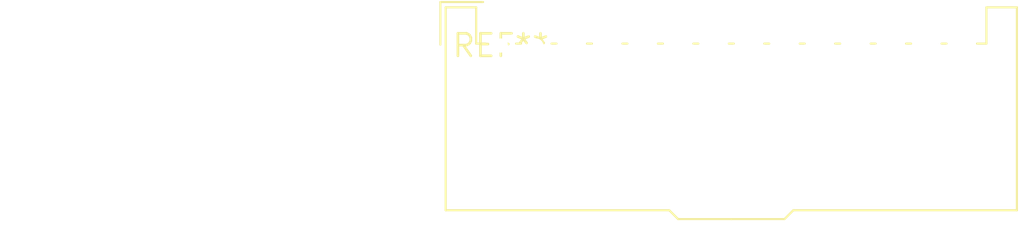
<source format=kicad_pcb>
(kicad_pcb (version 20240108) (generator pcbnew)
  (layers (0 "F.Cu" signal) (31 "B.Cu" signal) (34 "B.Paste" user) (35 "F.Paste" user) (36 "B.SilkS" user "B.Silkscreen") (37 "F.SilkS" user "F.Silkscreen") (38 "B.Mask" user) (39 "F.Mask" user) (44 "Edge.Cuts" user))
  (net 0 "")
  (footprint "Molex_MicroClasp_55935-1430_1x14_P2.00mm_Horizontal" (layer "F.Cu") (at 0 0)
    (property "Reference" "REF**")
    (property "Value" "Molex_MicroClasp_55935-1430_1x14_P2.00mm_Horizontal")
    (fp_line (start -3.41 -2.46) (end -1 -2.46) (layer "F.SilkS") (stroke (width 0.12)))
    (fp_line (start -3.41 -0.05) (end -3.41 -2.46) (layer "F.SilkS") (stroke (width 0.12)))
    (fp_line (start -3.11 -2.16) (end -1.39 -2.16) (layer "F.SilkS") (stroke (width 0.12)))
    (fp_line (start -3.11 9.31) (end -3.11 -2.16) (layer "F.SilkS") (stroke (width 0.12)))
    (fp_line (start -1.39 -2.16) (end -1.39 -0.11) (layer "F.SilkS") (stroke (width 0.12)))
    (fp_line (start -1.39 -0.11) (end -0.86 -0.11) (layer "F.SilkS") (stroke (width 0.12)))
    (fp_line (start 0.86 -0.11) (end 1.14 -0.11) (layer "F.SilkS") (stroke (width 0.12)))
    (fp_line (start 2.86 -0.11) (end 3.14 -0.11) (layer "F.SilkS") (stroke (width 0.12)))
    (fp_line (start 4.86 -0.11) (end 5.14 -0.11) (layer "F.SilkS") (stroke (width 0.12)))
    (fp_line (start 6.86 -0.11) (end 7.14 -0.11) (layer "F.SilkS") (stroke (width 0.12)))
    (fp_line (start 8.86 -0.11) (end 9.14 -0.11) (layer "F.SilkS") (stroke (width 0.12)))
    (fp_line (start 9.5 9.31) (end -3.11 9.31) (layer "F.SilkS") (stroke (width 0.12)))
    (fp_line (start 10 9.81) (end 9.5 9.31) (layer "F.SilkS") (stroke (width 0.12)))
    (fp_line (start 10.86 -0.11) (end 11.14 -0.11) (layer "F.SilkS") (stroke (width 0.12)))
    (fp_line (start 12.86 -0.11) (end 13.14 -0.11) (layer "F.SilkS") (stroke (width 0.12)))
    (fp_line (start 13 9.81) (end 10 9.81) (layer "F.SilkS") (stroke (width 0.12)))
    (fp_line (start 13 9.81) (end 16 9.81) (layer "F.SilkS") (stroke (width 0.12)))
    (fp_line (start 14.86 -0.11) (end 15.14 -0.11) (layer "F.SilkS") (stroke (width 0.12)))
    (fp_line (start 16 9.81) (end 16.5 9.31) (layer "F.SilkS") (stroke (width 0.12)))
    (fp_line (start 16.5 9.31) (end 29.11 9.31) (layer "F.SilkS") (stroke (width 0.12)))
    (fp_line (start 16.86 -0.11) (end 17.14 -0.11) (layer "F.SilkS") (stroke (width 0.12)))
    (fp_line (start 18.86 -0.11) (end 19.14 -0.11) (layer "F.SilkS") (stroke (width 0.12)))
    (fp_line (start 20.86 -0.11) (end 21.14 -0.11) (layer "F.SilkS") (stroke (width 0.12)))
    (fp_line (start 22.86 -0.11) (end 23.14 -0.11) (layer "F.SilkS") (stroke (width 0.12)))
    (fp_line (start 24.86 -0.11) (end 25.14 -0.11) (layer "F.SilkS") (stroke (width 0.12)))
    (fp_line (start 27.39 -2.16) (end 27.39 -0.11) (layer "F.SilkS") (stroke (width 0.12)))
    (fp_line (start 27.39 -0.11) (end 26.86 -0.11) (layer "F.SilkS") (stroke (width 0.12)))
    (fp_line (start 29.11 -2.16) (end 27.39 -2.16) (layer "F.SilkS") (stroke (width 0.12)))
    (fp_line (start 29.11 9.31) (end 29.11 -2.16) (layer "F.SilkS") (stroke (width 0.12)))
    (pad "1" thru_hole roundrect (at 0 0) (size 1.2 1.8) (drill 0.8) (layers *.Cu *.Mask) (remove_unused_layers) (roundrect_rratio 0.208333))
    (pad "2" thru_hole oval (at 2 0) (size 1.2 1.8) (drill 0.8) (layers *.Cu *.Mask) (remove_unused_layers))
    (pad "3" thru_hole oval (at 4 0) (size 1.2 1.8) (drill 0.8) (layers *.Cu *.Mask) (remove_unused_layers))
    (pad "4" thru_hole oval (at 6 0) (size 1.2 1.8) (drill 0.8) (layers *.Cu *.Mask) (remove_unused_layers))
    (pad "5" thru_hole oval (at 8 0) (size 1.2 1.8) (drill 0.8) (layers *.Cu *.Mask) (remove_unused_layers))
    (pad "6" thru_hole oval (at 10 0) (size 1.2 1.8) (drill 0.8) (layers *.Cu *.Mask) (remove_unused_layers))
    (pad "7" thru_hole oval (at 12 0) (size 1.2 1.8) (drill 0.8) (layers *.Cu *.Mask) (remove_unused_layers))
    (pad "8" thru_hole oval (at 14 0) (size 1.2 1.8) (drill 0.8) (layers *.Cu *.Mask) (remove_unused_layers))
    (pad "9" thru_hole oval (at 16 0) (size 1.2 1.8) (drill 0.8) (layers *.Cu *.Mask) (remove_unused_layers))
    (pad "10" thru_hole oval (at 18 0) (size 1.2 1.8) (drill 0.8) (layers *.Cu *.Mask) (remove_unused_layers))
    (pad "11" thru_hole oval (at 20 0) (size 1.2 1.8) (drill 0.8) (layers *.Cu *.Mask) (remove_unused_layers))
    (pad "12" thru_hole oval (at 22 0) (size 1.2 1.8) (drill 0.8) (layers *.Cu *.Mask) (remove_unused_layers))
    (pad "13" thru_hole oval (at 24 0) (size 1.2 1.8) (drill 0.8) (layers *.Cu *.Mask) (remove_unused_layers))
    (pad "14" thru_hole oval (at 26 0) (size 1.2 1.8) (drill 0.8) (layers *.Cu *.Mask) (remove_unused_layers))
  )
)
</source>
